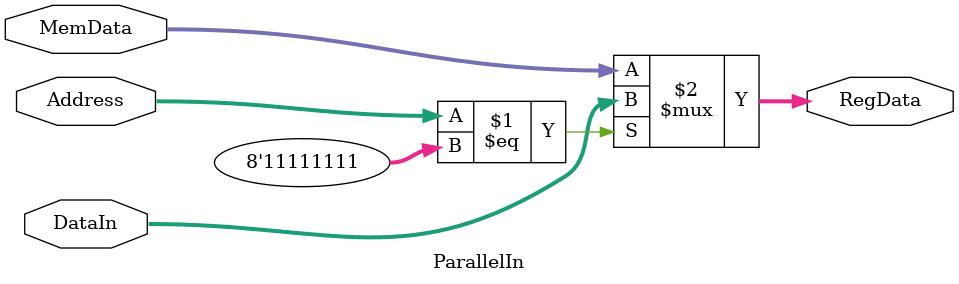
<source format=v>
module ParallelIn(
input [7:0] Address,	/// endereço da memóri
				DataIn,	/// interface de entrada
				MemData,	/// interface da memória
output[7:0] RegData	/// saída p/ RF 
);

assign RegData = Address == 8'hFF ? DataIn : MemData;

endmodule
</source>
